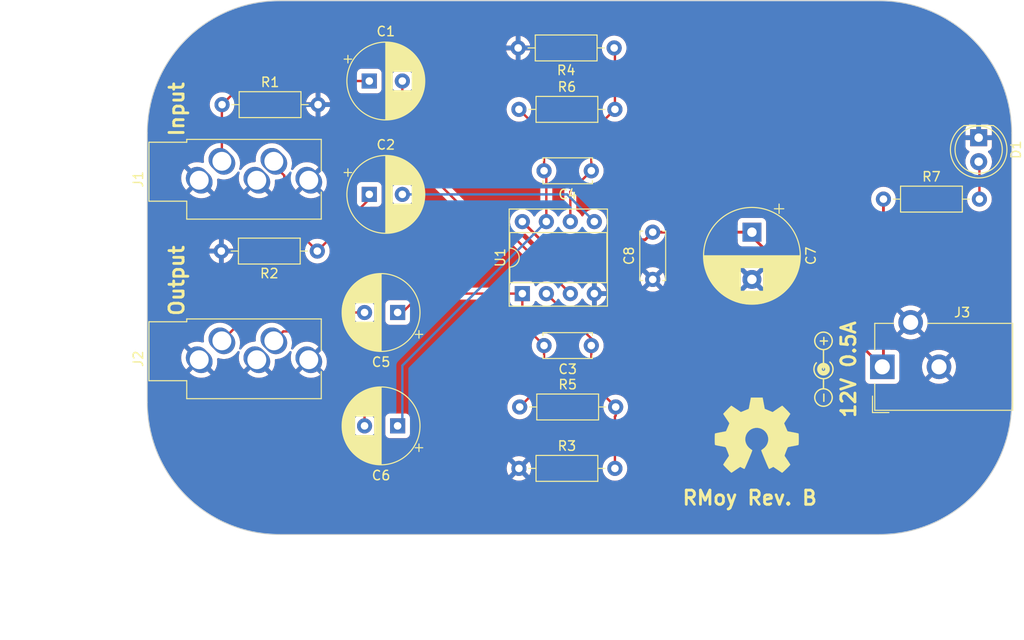
<source format=kicad_pcb>
(kicad_pcb (version 20240108) (generator "pcbnew") (generator_version "8.0")
  (layers (0 "F.Cu" signal) (31 "B.Cu" signal) (34 "B.Paste" user) (35 "F.Paste" user) (36 "B.SilkS" user "B.Silkscreen") (37 "F.SilkS" user "F.Silkscreen") (38 "B.Mask" user) (39 "F.Mask" user) (44 "Edge.Cuts" user))
  (net 0 "")
  (net 1 "+12V")
  (net 2 "Net-(U1A-+)")
  (net 3 "Net-(C4-Pad2)")
  (net 4 "Net-(U1B-+)")
  (net 5 "Net-(C3-Pad2)")
  (net 6 "Net-(U1A--)")
  (net 7 "GND")
  (net 8 "Net-(C2-Pad1)")
  (net 9 "Net-(C1-Pad1)")
  (net 10 "Net-(U1B--)")
  (net 11 "Net-(D1-A)")
  (net 12 "Net-(C5-Pad2)")
  (net 13 "Net-(C6-Pad2)")
  (footprint "Capacitor_THT:CP_Radial_D8.0mm_P3.50mm" (layer "F.Cu") (at 139 98.5 180)
    (property "Reference" "C6" (at 1.75 -5.25 360) (layer "F.SilkS"))
    (property "Value" "220u")
    (pad "1" thru_hole rect (at 0 0 180) (size 1.6 1.6) (drill 0.8) (layers "*.Cu" "*.Mask") (net 3 "Net-(C4-Pad2)"))
    (pad "2" thru_hole circle (at 3.5 0 180) (size 1.6 1.6) (drill 0.8) (layers "*.Cu" "*.Mask") (net 13 "Net-(C6-Pad2)"))
  )
  (footprint "Capacitor_THT:CP_Radial_D8.0mm_P3.50mm" (layer "F.Cu") (at 139 86.5 180)
    (property "Reference" "C5" (at 1.75 -5.25 360) (layer "F.SilkS"))
    (property "Value" "220u")
    (pad "1" thru_hole rect (at 0 0 180) (size 1.6 1.6) (drill 0.8) (layers "*.Cu" "*.Mask") (net 5 "Net-(C3-Pad2)"))
    (pad "2" thru_hole circle (at 3.5 0 180) (size 1.6 1.6) (drill 0.8) (layers "*.Cu" "*.Mask") (net 12 "Net-(C5-Pad2)"))
  )
  (footprint "Resistor_THT:R_Axial_DIN0207_L6.3mm_D2.5mm_P10.16mm_Horizontal" (layer "F.Cu") (at 130.5 80 180)
    (property "Reference" "R2" (at 5.08 -2.37 360) (layer "F.SilkS"))
    (property "Value" "270R")
    (pad "1" thru_hole circle (at 0 0 180) (size 1.6 1.6) (drill 0.8) (layers "*.Cu" "*.Mask") (net 8 "Net-(C2-Pad1)"))
    (pad "2" thru_hole oval (at 10.16 0 180) (size 1.6 1.6) (drill 0.8) (layers "*.Cu" "*.Mask") (net 7 "GND"))
  )
  (footprint "Capacitor_THT:C_Disc_D5.0mm_W2.5mm_P5.00mm" (layer "F.Cu") (at 159.5 71.5 180)
    (property "Reference" "C4" (at 2.5 -2.5 360) (layer "F.SilkS"))
    (property "Value" "1n")
    (pad "1" thru_hole circle (at 0 0 180) (size 1.6 1.6) (drill 0.8) (layers "*.Cu" "*.Mask") (net 10 "Net-(U1B--)"))
    (pad "2" thru_hole circle (at 5 0 180) (size 1.6 1.6) (drill 0.8) (layers "*.Cu" "*.Mask") (net 3 "Net-(C4-Pad2)"))
  )
  (footprint "Connector_BarrelJack:BarrelJack_CUI_PJ-102AH_Horizontal" (layer "F.Cu") (at 190.3 92.25 90)
    (property "Reference" "J3" (at 5.75 8.45 360) (layer "F.SilkS"))
    (property "Value" "Jack-DC")
    (pad "1" thru_hole rect (at 0 0 90) (size 2.6 2.6) (drill 1.6) (layers "*.Cu" "*.Mask") (net 1 "+12V"))
    (pad "2" thru_hole circle (at 0 6 90) (size 2.6 2.6) (drill 1.6) (layers "*.Cu" "*.Mask") (net 7 "GND"))
    (pad "3" thru_hole circle (at 4.7 3 90) (size 2.6 2.6) (drill 1.6) (layers "*.Cu" "*.Mask") (net 7 "GND"))
  )
  (footprint "Package_DIP:DIP-8_W7.62mm_Socket" (layer "F.Cu") (at 152.2 84.5 90)
    (property "Reference" "U1" (at 3.81 -2.33 90) (layer "F.SilkS"))
    (property "Value" "OPA2134")
    (pad "1" thru_hole rect (at 0 0 90) (size 1.6 1.6) (drill 0.8) (layers "*.Cu" "*.Mask") (net 5 "Net-(C3-Pad2)"))
    (pad "2" thru_hole oval (at 0 2.54 90) (size 1.6 1.6) (drill 0.8) (layers "*.Cu" "*.Mask") (net 6 "Net-(U1A--)"))
    (pad "3" thru_hole oval (at 0 5.08 90) (size 1.6 1.6) (drill 0.8) (layers "*.Cu" "*.Mask") (net 2 "Net-(U1A-+)"))
    (pad "4" thru_hole oval (at 0 7.62 90) (size 1.6 1.6) (drill 0.8) (layers "*.Cu" "*.Mask") (net 7 "GND"))
    (pad "5" thru_hole oval (at 7.62 7.62 90) (size 1.6 1.6) (drill 0.8) (layers "*.Cu" "*.Mask") (net 4 "Net-(U1B-+)"))
    (pad "6" thru_hole oval (at 7.62 5.08 90) (size 1.6 1.6) (drill 0.8) (layers "*.Cu" "*.Mask") (net 10 "Net-(U1B--)"))
    (pad "7" thru_hole oval (at 7.62 2.54 90) (size 1.6 1.6) (drill 0.8) (layers "*.Cu" "*.Mask") (net 3 "Net-(C4-Pad2)"))
    (pad "8" thru_hole oval (at 7.62 0 90) (size 1.6 1.6) (drill 0.8) (layers "*.Cu" "*.Mask") (net 1 "+12V"))
  )
  (footprint "Resistor_THT:R_Axial_DIN0207_L6.3mm_D2.5mm_P10.16mm_Horizontal" (layer "F.Cu") (at 151.92 96.5)
    (property "Reference" "R5" (at 5.08 -2.37 360) (layer "F.SilkS"))
    (property "Value" "680")
    (pad "1" thru_hole circle (at 0 0) (size 1.6 1.6) (drill 0.8) (layers "*.Cu" "*.Mask") (net 5 "Net-(C3-Pad2)"))
    (pad "2" thru_hole oval (at 10.16 0) (size 1.6 1.6) (drill 0.8) (layers "*.Cu" "*.Mask") (net 6 "Net-(U1A--)"))
  )
  (footprint "Connector_Audio:Jack_3.5mm_CUI_SJ1-3535NG_Horizontal_CircularHoles" (layer "F.Cu") (at 118 72.5 90)
    (property "Reference" "J1" (at 0.1 -6.45 90) (layer "F.SilkS"))
    (property "Value" "AudioJack3_SwitchTR")
    (pad "R" thru_hole oval (at 2 7.9 135) (size 3 2.4) (drill 2) (layers "*.Cu" "*.Mask") (net 8 "Net-(C2-Pad1)"))
    (pad "RN" thru_hole oval (at 0 6.1 135) (size 3 2.4) (drill 2) (layers "*.Cu" "*.Mask") (net 7 "GND"))
    (pad "S" thru_hole oval (at 0 0 135) (size 3 2.4) (drill 2) (layers "*.Cu" "*.Mask") (net 7 "GND"))
    (pad "T" thru_hole oval (at 2 2.4 135) (size 3 2.4) (drill 2) (layers "*.Cu" "*.Mask") (net 9 "Net-(C1-Pad1)"))
    (pad "TN" thru_hole oval (at 0 11.6 135) (size 3 2.4) (drill 2) (layers "*.Cu" "*.Mask") (net 7 "GND"))
  )
  (footprint "Capacitor_THT:CP_Radial_D10.0mm_P5.00mm" (layer "F.Cu") (at 176.5 78 -90)
    (property "Reference" "C7" (at 2.5 -6.25 90) (layer "F.SilkS"))
    (property "Value" "470u")
    (pad "1" thru_hole rect (at 0 0 270) (size 2 2) (drill 1) (layers "*.Cu" "*.Mask") (net 1 "+12V"))
    (pad "2" thru_hole circle (at 5 0 270) (size 2 2) (drill 1) (layers "*.Cu" "*.Mask") (net 7 "GND"))
  )
  (footprint "Resistor_THT:R_Axial_DIN0207_L6.3mm_D2.5mm_P10.16mm_Horizontal" (layer "F.Cu") (at 190.42 74.5)
    (property "Reference" "R7" (at 5.08 -2.37 360) (layer "F.SilkS"))
    (property "Value" "4K7")
    (pad "1" thru_hole circle (at 0 0) (size 1.6 1.6) (drill 0.8) (layers "*.Cu" "*.Mask") (net 1 "+12V"))
    (pad "2" thru_hole oval (at 10.16 0) (size 1.6 1.6) (drill 0.8) (layers "*.Cu" "*.Mask") (net 11 "Net-(D1-A)"))
  )
  (footprint "Resistor_THT:R_Axial_DIN0207_L6.3mm_D2.5mm_P10.16mm_Horizontal" (layer "F.Cu") (at 120.42 64.5)
    (property "Reference" "R1" (at 5.08 -2.37 360) (layer "F.SilkS"))
    (property "Value" "270R")
    (pad "1" thru_hole circle (at 0 0) (size 1.6 1.6) (drill 0.8) (layers "*.Cu" "*.Mask") (net 9 "Net-(C1-Pad1)"))
    (pad "2" thru_hole oval (at 10.16 0) (size 1.6 1.6) (drill 0.8) (layers "*.Cu" "*.Mask") (net 7 "GND"))
  )
  (footprint "Capacitor_THT:CP_Radial_D8.0mm_P3.50mm" (layer "F.Cu") (at 136 62)
    (property "Reference" "C1" (at 1.75 -5.25 0) (layer "F.SilkS"))
    (property "Value" "100u")
    (pad "1" thru_hole rect (at 0 0) (size 1.6 1.6) (drill 0.8) (layers "*.Cu" "*.Mask") (net 9 "Net-(C1-Pad1)"))
    (pad "2" thru_hole circle (at 3.5 0) (size 1.6 1.6) (drill 0.8) (layers "*.Cu" "*.Mask") (net 2 "Net-(U1A-+)"))
  )
  (footprint "Symbol:Symbol_Barrel_Polarity" (layer "F.Cu") (at 184 92.5 90)
    (property "Reference" "REF**" (hide yes))
    (property "Value" "Symbol_Barrel_Polarity")
  )
  (footprint "Capacitor_THT:C_Disc_D5.0mm_W2.5mm_P5.00mm" (layer "F.Cu") (at 159.5 90 180)
    (property "Reference" "C3" (at 2.5 -2.5 360) (layer "F.SilkS"))
    (property "Value" "1n")
    (pad "1" thru_hole circle (at 0 0 180) (size 1.6 1.6) (drill 0.8) (layers "*.Cu" "*.Mask") (net 6 "Net-(U1A--)"))
    (pad "2" thru_hole circle (at 5 0 180) (size 1.6 1.6) (drill 0.8) (layers "*.Cu" "*.Mask") (net 5 "Net-(C3-Pad2)"))
  )
  (footprint "Symbol:OSHW-Symbol_8.9x8mm_SilkScreen" (layer "F.Cu") (at 177 99.5)
    (property "Reference" "REF**" (hide yes))
    (property "Value" "OSHW-Symbol_8.9x8mm_SilkScreen" (hide yes))
  )
  (footprint "Capacitor_THT:CP_Radial_D8.0mm_P3.50mm" (layer "F.Cu") (at 136 74)
    (property "Reference" "C2" (at 1.75 -5.25 0) (layer "F.SilkS"))
    (property "Value" "100u")
    (pad "1" thru_hole rect (at 0 0) (size 1.6 1.6) (drill 0.8) (layers "*.Cu" "*.Mask") (net 8 "Net-(C2-Pad1)"))
    (pad "2" thru_hole circle (at 3.5 0) (size 1.6 1.6) (drill 0.8) (layers "*.Cu" "*.Mask") (net 4 "Net-(U1B-+)"))
  )
  (footprint "Resistor_THT:R_Axial_DIN0207_L6.3mm_D2.5mm_P10.16mm_Horizontal" (layer "F.Cu") (at 151.84 103)
    (property "Reference" "R3" (at 5.08 -2.37 0) (layer "F.SilkS"))
    (property "Value" "100R")
    (pad "1" thru_hole circle (at 0 0) (size 1.6 1.6) (drill 0.8) (layers "*.Cu" "*.Mask") (net 7 "GND"))
    (pad "2" thru_hole oval (at 10.16 0) (size 1.6 1.6) (drill 0.8) (layers "*.Cu" "*.Mask") (net 6 "Net-(U1A--)"))
  )
  (footprint "LED_THT:LED_D5.0mm" (layer "F.Cu") (at 200.5 68 -90)
    (property "Reference" "D1" (at 1.27 -3.96 90) (layer "F.SilkS"))
    (property "Value" "LED")
    (pad "1" thru_hole rect (at 0 0 270) (size 1.8 1.8) (drill 0.9) (layers "*.Cu" "*.Mask") (net 7 "GND"))
    (pad "2" thru_hole circle (at 2.54 0 270) (size 1.8 1.8) (drill 0.9) (layers "*.Cu" "*.Mask") (net 11 "Net-(D1-A)"))
  )
  (footprint "Capacitor_THT:C_Disc_D5.0mm_W2.5mm_P5.00mm" (layer "F.Cu") (at 166 83 90)
    (property "Reference" "C8" (at 2.5 -2.5 90) (layer "F.SilkS"))
    (property "Value" "100n")
    (pad "1" thru_hole circle (at 0 0 90) (size 1.6 1.6) (drill 0.8) (layers "*.Cu" "*.Mask") (net 7 "GND"))
    (pad "2" thru_hole circle (at 5 0 90) (size 1.6 1.6) (drill 0.8) (layers "*.Cu" "*.Mask") (net 1 "+12V"))
  )
  (footprint "Resistor_THT:R_Axial_DIN0207_L6.3mm_D2.5mm_P10.16mm_Horizontal" (layer "F.Cu") (at 161.92 58.5 180)
    (property "Reference" "R4" (at 5.08 -2.37 360) (layer "F.SilkS"))
    (property "Value" "100R")
    (pad "1" thru_hole circle (at 0 0 180) (size 1.6 1.6) (drill 0.8) (layers "*.Cu" "*.Mask") (net 10 "Net-(U1B--)"))
    (pad "2" thru_hole oval (at 10.16 0 180) (size 1.6 1.6) (drill 0.8) (layers "*.Cu" "*.Mask") (net 7 "GND"))
  )
  (footprint "Resistor_THT:R_Axial_DIN0207_L6.3mm_D2.5mm_P10.16mm_Horizontal" (layer "F.Cu") (at 151.84 65)
    (property "Reference" "R6" (at 5.08 -2.37 0) (layer "F.SilkS"))
    (property "Value" "680")
    (pad "1" thru_hole circle (at 0 0) (size 1.6 1.6) (drill 0.8) (layers "*.Cu" "*.Mask") (net 3 "Net-(C4-Pad2)"))
    (pad "2" thru_hole oval (at 10.16 0) (size 1.6 1.6) (drill 0.8) (layers "*.Cu" "*.Mask") (net 10 "Net-(U1B--)"))
  )
  (footprint "Connector_Audio:Jack_3.5mm_CUI_SJ1-3535NG_Horizontal_CircularHoles" (layer "F.Cu") (at 118 91.5 90)
    (property "Reference" "J2" (at 0.1 -6.45 90) (layer "F.SilkS"))
    (property "Value" "AudioJack3_SwitchTR")
    (pad "R" thru_hole oval (at 2 7.9 135) (size 3 2.4) (drill 2) (layers "*.Cu" "*.Mask") (net 13 "Net-(C6-Pad2)"))
    (pad "RN" thru_hole oval (at 0 6.1 135) (size 3 2.4) (drill 2) (layers "*.Cu" "*.Mask") (net 7 "GND"))
    (pad "S" thru_hole oval (at 0 0 135) (size 3 2.4) (drill 2) (layers "*.Cu" "*.Mask") (net 7 "GND"))
    (pad "T" thru_hole oval (at 2 2.4 135) (size 3 2.4) (drill 2) (layers "*.Cu" "*.Mask") (net 12 "Net-(C5-Pad2)"))
    (pad "TN" thru_hole oval (at 0 11.6 135) (size 3 2.4) (drill 2) (layers "*.Cu" "*.Mask") (net 7 "GND"))
  )
  (gr_line (start 112.5 96) (end 112.5 67.5) (stroke (width 0.1)) (layer "Edge.Cuts"))
  (gr_line (start 204 67.5) (end 204 96) (stroke (width 0.1)) (layer "Edge.Cuts"))
  (gr_line (start 126.5 110) (end 190 110) (stroke (width 0.1)) (layer "Edge.Cuts"))
  (gr_line (start 126.5 53.5) (end 190 53.5) (stroke (width 0.1)) (layer "Edge.Cuts"))
  (gr_arc (start 112.5 67.5) (mid 116.600505 57.600505) (end 126.5 53.5) (stroke (width 0.1)) (layer "Edge.Cuts"))
  (gr_arc (start 204 96) (mid 199.899495 105.899495) (end 190 110) (stroke (width 0.1)) (layer "Edge.Cuts"))
  (gr_arc (start 190 53.5) (mid 199.899495 57.600505) (end 204 67.5) (stroke (width 0.1)) (layer "Edge.Cuts"))
  (gr_arc (start 126.5 110) (mid 116.600505 105.899495) (end 112.5 96) (stroke (width 0.1)) (layer "Edge.Cuts"))
  (gr_text "+" (at 183.6 88.8 -90) (layer "F.SilkS") (effects (font (size 1 1)) (justify left bottom)))
  (gr_text "Input" (at 116.5 68 90) (layer "F.SilkS") (effects (font (size 1.5 1.5) (thickness 0.3) (bold yes)) (justify left bottom)))
  (gr_text "Output" (at 116.5 87 90) (layer "F.SilkS") (effects (font (size 1.5 1.5) (thickness 0.3) (bold yes)) (justify left bottom)))
  (gr_text "-" (at 183.6 94.8 -90) (layer "F.SilkS") (effects (font (size 1 1)) (justify left bottom)))
  (gr_text "12V 0.5A" (at 187.6 97.8 90) (layer "F.SilkS") (effects (font (size 1.5 1.5) (thickness 0.3) (bold yes)) (justify left bottom)))
  (gr_text "RMoy Rev. B" (at 169 107 0) (layer "F.SilkS") (effects (font (size 1.5 1.5) (thickness 0.3) (bold yes)) (justify left bottom)))
  (segment (start 190.42 92.13) (end 190.3 92.25) (width 0.3) (layer "F.Cu") (net 1))
  (segment (start 165.200001 78.799999) (end 166 78) (width 0.3) (layer "F.Cu") (net 1))
  (segment (start 173.5 78) (end 176.05 78) (width 0.3) (layer "F.Cu") (net 1))
  (segment (start 190.42 74.5) (end 190.42 92.13) (width 0.3) (layer "F.Cu") (net 1))
  (segment (start 176.5 78) (end 176.5 78.45) (width 0.3) (layer "F.Cu") (net 1))
  (segment (start 166 78) (end 173.5 78) (width 0.3) (layer "F.Cu") (net 1))
  (segment (start 152.2 76.88) (end 154.119999 78.799999) (width 0.3) (layer "F.Cu") (net 1))
  (segment (start 154.119999 78.799999) (end 165.200001 78.799999) (width 0.3) (layer "F.Cu") (net 1))
  (segment (start 176.5 78.45) (end 190.3 92.25) (width 0.3) (layer "F.Cu") (net 1))
  (segment (start 139.5 62) (end 139.5 69) (width 0.25) (layer "F.Cu") (net 2))
  (segment (start 139.5 69) (end 148.505 78.005) (width 0.25) (layer "F.Cu") (net 2))
  (segment (start 148.505 78.005) (end 150.785 78.005) (width 0.25) (layer "F.Cu") (net 2))
  (segment (start 150.785 78.005) (end 157.28 84.5) (width 0.25) (layer "F.Cu") (net 2))
  (segment (start 154.5 67.66) (end 151.84 65) (width 0.25) (layer "F.Cu") (net 3))
  (segment (start 151.66 65.6) (end 151.84 65.42) (width 0.25) (layer "F.Cu") (net 3))
  (segment (start 154.5 71.5) (end 154.5 72) (width 0.25) (layer "F.Cu") (net 3))
  (segment (start 154.74 72.24) (end 154.74 76.88) (width 0.25) (layer "F.Cu") (net 3))
  (segment (start 154.5 71.5) (end 154.5 67.66) (width 0.25) (layer "F.Cu") (net 3))
  (segment (start 154.5 72) (end 154.74 72.24) (width 0.25) (layer "F.Cu") (net 3))
  (segment (start 139 98.5) (end 139.5 98) (width 0.25) (layer "B.Cu") (net 3))
  (segment (start 139.5 98) (end 139.5 92.12) (width 0.25) (layer "B.Cu") (net 3))
  (segment (start 139.5 92.12) (end 154.74 76.88) (width 0.25) (layer "B.Cu") (net 3))
  (segment (start 139.5 74) (end 156.94 74) (width 0.25) (layer "B.Cu") (net 4))
  (segment (start 156.94 74) (end 159.82 76.88) (width 0.25) (layer "B.Cu") (net 4))
  (segment (start 139 86.5) (end 139.5 86.5) (width 0.25) (layer "F.Cu") (net 5))
  (segment (start 152.2 84.5) (end 152.2 87.7) (width 0.25) (layer "F.Cu") (net 5))
  (segment (start 154.5 90) (end 154.5 93.92) (width 0.25) (layer "F.Cu") (net 5))
  (segment (start 139.5 86.5) (end 141.5 84.5) (width 0.25) (layer "F.Cu") (net 5))
  (segment (start 152.2 87.7) (end 154.5 90) (width 0.25) (layer "F.Cu") (net 5))
  (segment (start 154.5 93.92) (end 151.92 96.5) (width 0.25) (layer "F.Cu") (net 5))
  (segment (start 141.5 84.5) (end 152.2 84.5) (width 0.25) (layer "F.Cu") (net 5))
  (segment (start 162.08 97.42) (end 162 97.5) (width 0.25) (layer "F.Cu") (net 6))
  (segment (start 162 97.5) (end 162 103) (width 0.25) (layer "F.Cu") (net 6))
  (segment (start 159.5 93.92) (end 162.08 96.5) (width 0.25) (layer "F.Cu") (net 6))
  (segment (start 162.08 96.5) (end 162.08 97.42) (width 0.25) (layer "F.Cu") (net 6))
  (segment (start 159.5 89.26) (end 159.5 90) (width 0.25) (layer "F.Cu") (net 6))
  (segment (start 154.74 84.5) (end 159.5 89.26) (width 0.25) (layer "F.Cu") (net 6))
  (segment (start 159.5 90) (end 159.5 93.92) (width 0.25) (layer "F.Cu") (net 6))
  (segment (start 130.5 80) (end 136 74.5) (width 0.25) (layer "F.Cu") (net 8))
  (segment (start 127 72) (end 127 76.5) (width 0.25) (layer "F.Cu") (net 8))
  (segment (start 125.9 70.9) (end 127 72) (width 0.25) (layer "F.Cu") (net 8))
  (segment (start 136 74.5) (end 136 74) (width 0.25) (layer "F.Cu") (net 8))
  (segment (start 127 76.5) (end 130.5 80) (width 0.25) (layer "F.Cu") (net 8))
  (segment (start 125.9 70.5) (end 125.9 70.9) (width 0.25) (layer "F.Cu") (net 8))
  (segment (start 120.4 70.5) (end 120.4 64.52) (width 0.25) (layer "F.Cu") (net 9))
  (segment (start 120.4 64.52) (end 120.42 64.5) (width 0.25) (layer "F.Cu") (net 9))
  (segment (start 120.42 64.5) (end 122.92 62) (width 0.25) (layer "F.Cu") (net 9))
  (segment (start 120.34 70.44) (end 120.4 70.5) (width 0.25) (layer "F.Cu") (net 9))
  (segment (start 122.92 62) (end 136 62) (width 0.25) (layer "F.Cu") (net 9))
  (segment (start 159.5 71.5) (end 159.5 67.5) (width 0.25) (layer "F.Cu") (net 10))
  (segment (start 159.5 67.5) (end 162 65) (width 0.25) (layer "F.Cu") (net 10))
  (segment (start 157.28 76.88) (end 157.28 73.72) (width 0.25) (layer "F.Cu") (net 10))
  (segment (start 162 65) (end 162 58.58) (width 0.25) (layer "F.Cu") (net 10))
  (segment (start 157.28 73.72) (end 159.5 71.5) (width 0.25) (layer "F.Cu") (net 10))
  (segment (start 162 58.58) (end 161.92 58.5) (width 0.25) (layer "F.Cu") (net 10))
  (segment (start 200.58 74.5) (end 200.58 70.62) (width 0.25) (layer "F.Cu") (net 11))
  (segment (start 200.58 70.62) (end 200.5 70.54) (width 0.25) (layer "F.Cu") (net 11))
  (segment (start 123.4 86.5) (end 120.4 89.5) (width 0.25) (layer "F.Cu") (net 12))
  (segment (start 135.5 86.5) (end 123.4 86.5) (width 0.25) (layer "F.Cu") (net 12))
  (segment (start 131.5 88.5) (end 135.5 92.5) (width 0.25) (layer "F.Cu") (net 13))
  (segment (start 135.5 92.5) (end 135.5 98.5) (width 0.25) (layer "F.Cu") (net 13))
  (segment (start 126.9 88.5) (end 131.5 88.5) (width 0.25) (layer "F.Cu") (net 13))
  (segment (start 125.9 89.5) (end 126.9 88.5) (width 0.25) (layer "F.Cu") (net 13))
  (zone (net 7) (net_name "GND") (layers "F&B.Cu") (connect_pads (clearance 0.508)) (min_thickness 0.25) (fill yes (thermal_gap 0.5) (thermal_bridge_width 0.5))
    (polygon (pts (xy 112.5 53.5) (xy 204 53.5) (xy 204 110) (xy 112.5 110)))
  )
)
</source>
